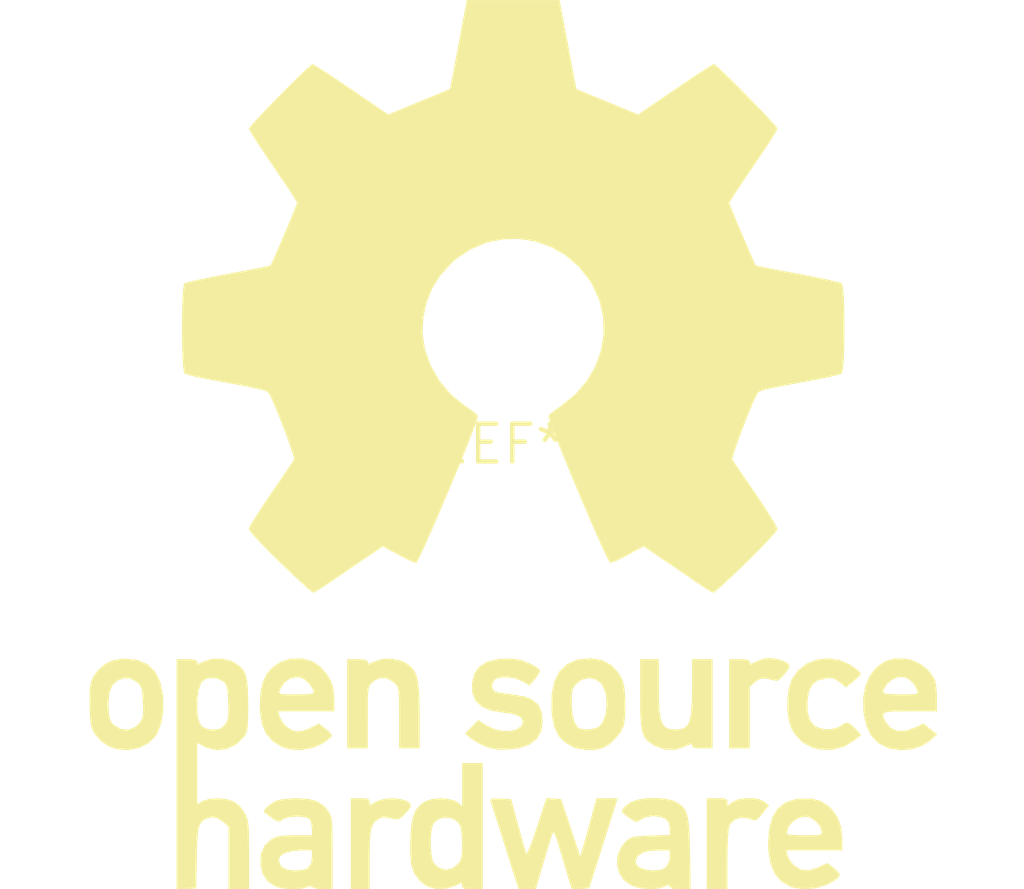
<source format=kicad_pcb>
(kicad_pcb (version 20240108) (generator pcbnew)
  (layers (0 "F.Cu" signal) (31 "B.Cu" signal) (34 "B.Paste" user) (35 "F.Paste" user) (36 "B.SilkS" user "B.Silkscreen") (37 "F.SilkS" user "F.Silkscreen") (38 "B.Mask" user) (39 "F.Mask" user) (44 "Edge.Cuts" user))
  (net 0 "")
  (footprint "OSHW-Logo_28.5x30mm_SilkScreen" (layer "F.Cu") (at 0 0)
    (property "Reference" "REF**")
    (property "Value" "OSHW-Logo_28.5x30mm_SilkScreen")
    (fp_poly (pts (xy 8.930982 7.236415) (xy 9.145641 7.301999) (xy 9.283849 7.384867) (xy 9.32887 7.450399) (xy 9.316477 7.52808) (xy 9.23607 7.650118) (xy 9.16808 7.736549) (xy 9.02792 7.892804) (xy 8.922617 7.958545) (xy 8.83285 7.954253) (xy 8.566559 7.886486) (xy 8.37099 7.889564) (xy 8.212179 7.966362) (xy 8.158863 8.011312) (xy 7.988207 8.169471) (xy 7.988207 10.23489) (xy 7.30172 10.23489) (xy 7.30172 7.239313) (xy 7.644963 7.239313) (xy 7.851043 7.247462) (xy 7.957364 7.276399) (xy 7.988193 7.332854) (xy 7.988207 7.334527) (xy 8.002766 7.393659) (xy 8.068604 7.385947) (xy 8.159828 7.343285) (xy 8.348239 7.2639) (xy 8.501233 7.216139) (xy 8.698091 7.203896) (xy 8.930982 7.236415)) (layer "F.SilkS") (stroke (width 0.01)) (fill solid))
    (fp_poly (pts (xy 8.116008 11.91892) (xy 8.355923 11.966218) (xy 8.492508 12.036248) (xy 8.636189 12.152595) (xy 8.431769 12.410696) (xy 8.305733 12.567) (xy 8.220151 12.643256) (xy 8.135098 12.654906) (xy 8.01065 12.617391) (xy 7.952232 12.596166) (xy 7.714066 12.564851) (xy 7.495955 12.631977) (xy 7.335827 12.783621) (xy 7.309816 12.831971) (xy 7.281487 12.96005) (xy 7.259623 13.196093) (xy 7.245251 13.523369) (xy 7.239394 13.925143) (xy 7.239312 13.982298) (xy 7.239312 14.977887) (xy 6.552826 14.977887) (xy 6.552826 11.919902) (xy 6.896069 11.919902) (xy 7.093984 11.92507) (xy 7.197089 11.948068) (xy 7.235215 12.000137) (xy 7.239312 12.049247) (xy 7.239312 12.178593) (xy 7.403748 12.049247) (xy 7.592296 11.961004) (xy 7.845591 11.917372) (xy 8.116008 11.91892)) (layer "F.SilkS") (stroke (width 0.01)) (fill solid))
    (fp_poly (pts (xy -4.930172 11.926534) (xy -4.836779 11.954529) (xy -4.806672 12.016034) (xy -4.805405 12.043801) (xy -4.800003 12.12114) (xy -4.762795 12.133281) (xy -4.662284 12.08026) (xy -4.60258 12.044034) (xy -4.414222 11.966454) (xy -4.189251 11.928095) (xy -3.953365 11.925146) (xy -3.732262 11.953796) (xy -3.551639 12.010236) (xy -3.437193 12.090656) (xy -3.414623 12.191244) (xy -3.426014 12.218484) (xy -3.509046 12.331559) (xy -3.637803 12.470631) (xy -3.661091 12.493111) (xy -3.783817 12.596486) (xy -3.889706 12.629886) (xy -4.037792 12.606576) (xy -4.097119 12.591086) (xy -4.281733 12.553884) (xy -4.411538 12.570613) (xy -4.521157 12.629618) (xy -4.621572 12.708802) (xy -4.695528 12.808387) (xy -4.746923 12.947365) (xy -4.779653 13.144726) (xy -4.797618 13.419463) (xy -4.804715 13.790565) (xy -4.805405 14.014628) (xy -4.805405 14.977887) (xy -5.429484 14.977887) (xy -5.429484 11.919902) (xy -5.117445 11.919902) (xy -4.930172 11.926534)) (layer "F.SilkS") (stroke (width 0.01)) (fill solid))
    (fp_poly (pts (xy 4.930221 8.210737) (xy 4.93612 8.668443) (xy 4.957671 9.016099) (xy 5.000658 9.268083) (xy 5.070865 9.43877) (xy 5.174076 9.542536) (xy 5.316074 9.593757) (xy 5.491892 9.606842) (xy 5.676033 9.59218) (xy 5.8159 9.538613) (xy 5.917276 9.431762) (xy 5.985945 9.257253) (xy 6.027692 9.00071) (xy 6.048299 8.647755) (xy 6.053563 8.210737) (xy 6.053563 7.239313) (xy 6.740049 7.239313) (xy 6.740049 10.23489) (xy 6.396806 10.23489) (xy 6.189883 10.226506) (xy 6.083331 10.197059) (xy 6.053563 10.141157) (xy 6.035634 10.091369) (xy 5.964281 10.101902) (xy 5.820458 10.172361) (xy 5.490822 10.281055) (xy 5.141197 10.273354) (xy 4.806193 10.155325) (xy 4.646661 10.06209) (xy 4.524974 9.961141) (xy 4.436076 9.834832) (xy 4.374908 9.665513) (xy 4.336413 9.435538) (xy 4.315534 9.127259) (xy 4.307213 8.723028) (xy 4.306143 8.410434) (xy 4.306143 7.239313) (xy 4.930221 7.239313) (xy 4.930221 8.210737)) (layer "F.SilkS") (stroke (width 0.01)) (fill solid))
    (fp_poly (pts (xy -3.742271 7.290868) (xy -3.58695 7.365056) (xy -3.436525 7.472218) (xy -3.321925 7.595553) (xy -3.238453 7.752862) (xy -3.181408 7.961943) (xy -3.146093 8.240595) (xy -3.127809 8.606618) (xy -3.121856 9.077808) (xy -3.121764 9.12715) (xy -3.120393 10.23489) (xy -3.806879 10.23489) (xy -3.806879 9.21367) (xy -3.807368 8.835334) (xy -3.810748 8.561123) (xy -3.819891 8.370349) (xy -3.837666 8.242323) (xy -3.866945 8.156354) (xy -3.910598 8.091754) (xy -3.971409 8.027921) (xy -4.184167 7.890769) (xy -4.416421 7.865318) (xy -4.637683 7.952034) (xy -4.71463 8.016574) (xy -4.771119 8.077254) (xy -4.811676 8.142237) (xy -4.838939 8.231947) (xy -4.855545 8.366804) (xy -4.864134 8.567231) (xy -4.867344 8.853648) (xy -4.867813 9.202323) (xy -4.867813 10.23489) (xy -5.5543 10.23489) (xy -5.5543 7.239313) (xy -5.211056 7.239313) (xy -5.004977 7.247462) (xy -4.898655 7.276399) (xy -4.867827 7.332854) (xy -4.867813 7.334527) (xy -4.85351 7.389815) (xy -4.790423 7.38354) (xy -4.664988 7.32279) (xy -4.3805 7.233407) (xy -4.055074 7.223466) (xy -3.742271 7.290868)) (layer "F.SilkS") (stroke (width 0.01)) (fill solid))
    (fp_poly (pts (xy 11.004413 7.265449) (xy 11.365999 7.419055) (xy 11.479886 7.493829) (xy 11.625443 7.60874) (xy 11.716815 7.699093) (xy 11.732678 7.728522) (xy 11.687881 7.793825) (xy 11.573242 7.904636) (xy 11.481462 7.981976) (xy 11.230246 8.183859) (xy 11.031878 8.016944) (xy 10.878587 7.909187) (xy 10.729121 7.871992) (xy 10.558058 7.881075) (xy 10.286419 7.948613) (xy 10.099435 8.088794) (xy 9.985802 8.315415) (xy 9.934217 8.642271) (xy 9.934204 8.642475) (xy 9.938665 9.007803) (xy 10.007997 9.275847) (xy 10.146297 9.458342) (xy 10.240581 9.520143) (xy 10.490977 9.5971) (xy 10.758425 9.597146) (xy 10.991114 9.522477) (xy 11.046192 9.485996) (xy 11.184327 9.392807) (xy 11.292325 9.377534) (xy 11.408802 9.446894) (xy 11.53757 9.571472) (xy 11.741393 9.781764) (xy 11.515097 9.968297) (xy 11.165458 10.178822) (xy 10.77118 10.28257) (xy 10.359149 10.275058) (xy 10.088555 10.206267) (xy 9.772281 10.036148) (xy 9.519337 9.768521) (xy 9.404421 9.579607) (xy 9.311349 9.308557) (xy 9.264778 8.965269) (xy 9.264419 8.593221) (xy 9.309983 8.235889) (xy 9.401182 7.936749) (xy 9.415546 7.906079) (xy 9.628261 7.605279) (xy 9.916261 7.386271) (xy 10.256789 7.253601) (xy 10.627091 7.211812) (xy 11.004413 7.265449)) (layer "F.SilkS") (stroke (width 0.01)) (fill solid))
    (fp_poly (pts (xy 3.031298 7.276244) (xy 3.346961 7.448152) (xy 3.593927 7.719533) (xy 3.710289 7.940248) (xy 3.760247 8.135193) (xy 3.792617 8.413104) (xy 3.806489 8.733251) (xy 3.800952 9.054904) (xy 3.775096 9.337333) (xy 3.744896 9.488178) (xy 3.643015 9.694538) (xy 3.466572 9.913724) (xy 3.253931 10.105395) (xy 3.043454 10.22921) (xy 3.038321 10.231174) (xy 2.777142 10.285277) (xy 2.467617 10.286617) (xy 2.17348 10.237361) (xy 2.059905 10.197883) (xy 1.767383 10.032003) (xy 1.557881 9.814672) (xy 1.420235 9.526946) (xy 1.34328 9.14988) (xy 1.325869 8.952375) (xy 1.32809 8.704196) (xy 1.997052 8.704196) (xy 2.019586 9.066334) (xy 2.08445 9.342298) (xy 2.187534 9.518621) (xy 2.260972 9.569042) (xy 2.449132 9.604203) (xy 2.672787 9.593793) (xy 2.866151 9.543196) (xy 2.916858 9.51536) (xy 3.050642 9.353233) (xy 3.138944 9.105113) (xy 3.176532 8.803157) (xy 3.158172 8.479519) (xy 3.117139 8.284744) (xy 2.999329 8.059181) (xy 2.813351 7.918181) (xy 2.589369 7.86943) (xy 2.357548 7.920615) (xy 2.179475 8.045814) (xy 2.085893 8.149111) (xy 2.031274 8.250927) (xy 2.00524 8.38872) (xy 1.997412 8.59995) (xy 1.997052 8.704196) (xy 1.32809 8.704196) (xy 1.330586 8.425336) (xy 1.416423 7.99315) (xy 1.583388 7.655799) (xy 1.831489 7.413269) (xy 2.160734 7.265544) (xy 2.231434 7.248413) (xy 2.656326 7.2082) (xy 3.031298 7.276244)) (layer "F.SilkS") (stroke (width 0.01)) (fill solid))
    (fp_poly (pts (xy 1.397245 11.932578) (xy 1.644066 11.951106) (xy 1.966761 12.918428) (xy 2.289455 13.88575) (xy 2.390637 13.542507) (xy 2.451527 13.330379) (xy 2.531625 13.043713) (xy 2.618117 12.728606) (xy 2.663849 12.559583) (xy 2.83588 11.919902) (xy 3.545624 11.919902) (xy 3.333476 12.590787) (xy 3.229002 12.920765) (xy 3.102791 13.31879) (xy 2.970986 13.733981) (xy 2.853319 14.104177) (xy 2.58531 14.946684) (xy 2.295941 14.96551) (xy 2.006572 14.984337) (xy 1.849661 14.466248) (xy 1.752892 14.144409) (xy 1.647288 13.789603) (xy 1.554992 13.476243) (xy 1.551349 13.463772) (xy 1.482413 13.251444) (xy 1.42159 13.106568) (xy 1.378989 13.051784) (xy 1.370235 13.058121) (xy 1.339509 13.143053) (xy 1.281128 13.324985) (xy 1.202198 13.58104) (xy 1.109827 13.88834) (xy 1.059846 14.057371) (xy 0.789173 14.977887) (xy 0.214724 14.977887) (xy -0.2445 13.526905) (xy -0.373508 13.119886) (xy -0.491027 12.750256) (xy -0.591507 12.435379) (xy -0.669398 12.192621) (xy -0.719149 12.039344) (xy -0.734272 11.99456) (xy -0.7223 11.948707) (xy -0.628296 11.928625) (xy -0.432673 11.930633) (xy -0.40205 11.932152) (xy -0.03928 11.951106) (xy 0.198312 12.824816) (xy 0.285643 13.143457) (xy 0.363685 13.423563) (xy 0.425567 13.640815) (xy 0.464419 13.770892) (xy 0.471597 13.792099) (xy 0.501346 13.767713) (xy 0.561335 13.641364) (xy 0.644678 13.430254) (xy 0.744486 13.151587) (xy 0.828857 12.89986) (xy 1.150424 11.914049) (xy 1.397245 11.932578)) (layer "F.SilkS") (stroke (width 0.01)) (fill solid))
    (fp_poly (pts (xy -12.597758 7.271742) (xy -12.27127 7.416083) (xy -12.02342 7.657103) (xy -11.853848 7.99517) (xy -11.762191 8.430652) (xy -11.755621 8.498646) (xy -11.750473 8.978026) (xy -11.817216 9.398218) (xy -11.95179 9.738788) (xy -12.023851 9.84834) (xy -12.274856 10.080202) (xy -12.594524 10.230372) (xy -12.952153 10.29269) (xy -13.317039 10.260998) (xy -13.594412 10.163388) (xy -13.832943 9.998894) (xy -14.027895 9.783226) (xy -14.031267 9.77818) (xy -14.110439 9.645066) (xy -14.161891 9.511212) (xy -14.193048 9.342284) (xy -14.211338 9.103947) (xy -14.219395 8.908501) (xy -14.222749 8.73126) (xy -13.598795 8.73126) (xy -13.592696 8.907702) (xy -13.570559 9.142579) (xy -13.531505 9.293314) (xy -13.461076 9.400555) (xy -13.395115 9.4632) (xy -13.161277 9.594362) (xy -12.916608 9.61189) (xy -12.688744 9.517518) (xy -12.574813 9.411766) (xy -12.492714 9.305197) (xy -12.444693 9.203225) (xy -12.423617 9.070516) (xy -12.422354 8.871736) (xy -12.428849 8.688671) (xy -12.442818 8.427157) (xy -12.464964 8.257539) (xy -12.504881 8.146903) (xy -12.572158 8.062338) (xy -12.625471 8.014006) (xy -12.848474 7.887045) (xy -13.089052 7.880716) (xy -13.290776 7.955918) (xy -13.462864 8.112963) (xy -13.565387 8.370936) (xy -13.598795 8.73126) (xy -14.222749 8.73126) (xy -14.226752 8.519838) (xy -14.214188 8.22917) (xy -14.176537 8.010552) (xy -14.108638 7.838037) (xy -14.005324 7.68568) (xy -13.967019 7.640441) (xy -13.727511 7.41504) (xy -13.470611 7.28338) (xy -13.156443 7.228219) (xy -13.003245 7.223711) (xy -12.597758 7.271742)) (layer "F.SilkS") (stroke (width 0.01)) (fill solid))
    (fp_poly (pts (xy -0.998526 14.977887) (xy -1.341769 14.977887) (xy -1.540999 14.972047) (xy -1.644759 14.947858) (xy -1.682119 14.895322) (xy -1.685012 14.859799) (xy -1.691312 14.788563) (xy -1.731042 14.774902) (xy -1.835445 14.818815) (xy -1.916635 14.859799) (xy -2.228339 14.956917) (xy -2.567175 14.962537) (xy -2.842652 14.890105) (xy -3.099179 14.715115) (xy -3.294725 14.456822) (xy -3.401802 14.15216) (xy -3.404529 14.135126) (xy -3.420438 13.949271) (xy -3.428349 13.682461) (xy -3.427713 13.48067) (xy -2.746007 13.48067) (xy -2.730214 13.748873) (xy -2.69429 13.969935) (xy -2.645656 14.094772) (xy -2.461667 14.265369) (xy -2.243213 14.326525) (xy -2.017935 14.27707) (xy -1.82543 14.129552) (xy -1.752525 14.030337) (xy -1.709897 13.911944) (xy -1.68993 13.739128) (xy -1.685012 13.479555) (xy -1.693814 13.222505) (xy -1.717064 12.996658) (xy -1.750023 12.845517) (xy -1.755516 12.831971) (xy -1.888433 12.670907) (xy -2.082435 12.58248) (xy -2.299501 12.568202) (xy -2.501613 12.629587) (xy -2.650753 12.768149) (xy -2.666224 12.795721) (xy -2.714649 12.963843) (xy -2.741031 13.205576) (xy -2.746007 13.48067) (xy -3.427713 13.48067) (xy -3.42739 13.378353) (xy -3.422903 13.214684) (xy -3.392382 12.809784) (xy -3.328946 12.505785) (xy -3.223417 12.281049) (xy -3.066618 12.113939) (xy -2.914393 12.015842) (xy -2.701709 11.946883) (xy -2.437184 11.923232) (xy -2.166313 11.942496) (xy -1.934595 12.002284) (xy -1.812167 12.073805) (xy -1.685012 12.188879) (xy -1.685012 10.734153) (xy -0.998526 10.734153) (xy -0.998526 14.977887)) (layer "F.SilkS") (stroke (width 0.01)) (fill solid))
    (fp_poly (pts (xy 13.290794 7.228604) (xy 13.450597 7.267426) (xy 13.756969 7.409584) (xy 14.018947 7.626699) (xy 14.200256 7.887015) (xy 14.225165 7.945464) (xy 14.259336 8.09856) (xy 14.283255 8.325036) (xy 14.291401 8.55394) (xy 14.291401 8.986733) (xy 13.386487 8.986733) (xy 13.013262 8.988143) (xy 12.750333 8.99671) (xy 12.583184 9.018933) (xy 12.497297 9.061313) (xy 12.478154 9.130351) (xy 12.511239 9.232548) (xy 12.570504 9.352129) (xy 12.735824 9.551697) (xy 12.96556 9.651122) (xy 13.246355 9.647883) (xy 13.564426 9.539667) (xy 13.839317 9.406115) (xy 14.295509 9.766831) (xy 14.08092 9.965096) (xy 13.794435 10.152426) (xy 13.442112 10.26537) (xy 13.06314 10.296977) (xy 12.696712 10.240297) (xy 12.637592 10.221065) (xy 12.31554 10.052881) (xy 12.075977 9.802143) (xy 11.913855 9.461367) (xy 11.824124 9.023066) (xy 11.823079 9.013672) (xy 11.815044 8.536002) (xy 11.847523 8.365591) (xy 12.481573 8.365591) (xy 12.539804 8.391796) (xy 12.6979 8.411868) (xy 12.930961 8.423328) (xy 13.078653 8.425062) (xy 13.354074 8.423977) (xy 13.526284 8.417076) (xy 13.616887 8.398887) (xy 13.647488 8.36394) (xy 13.639691 8.306764) (xy 13.633151 8.284644) (xy 13.521503 8.076796) (xy 13.34591 7.909286) (xy 13.190948 7.835677) (xy 12.98508 7.840122) (xy 12.776472 7.931916) (xy 12.601482 8.083898) (xy 12.496472 8.268906) (xy 12.481573 8.365591) (xy 11.847523 8.365591) (xy 11.895118 8.115879) (xy 12.053978 7.763306) (xy 12.282299 7.488289) (xy 12.570758 7.30083) (xy 12.910031 7.210934) (xy 13.290794 7.228604)) (layer "F.SilkS") (stroke (width 0.01)) (fill solid))
    (fp_poly (pts (xy 0.069569 7.22858) (xy 0.305899 7.273399) (xy 0.551076 7.36714) (xy 0.577273 7.379091) (xy 0.7632 7.476856) (xy 0.891963 7.567708) (xy 0.933582 7.625909) (xy 0.893948 7.720827) (xy 0.797676 7.860878) (xy 0.754943 7.913158) (xy 0.578842 8.118944) (xy 0.35181 7.984992) (xy 0.135744 7.895756) (xy -0.113906 7.848057) (xy -0.353318 7.845044) (xy -0.538667 7.889864) (xy -0.583147 7.917839) (xy -0.667856 8.046105) (xy -0.67815 8.193857) (xy -0.614766 8.309283) (xy -0.577273 8.331668) (xy -0.464924 8.359469) (xy -0.267439 8.392143) (xy -0.023994 8.423366) (xy 0.020917 8.428262) (xy 0.411922 8.495899) (xy 0.695512 8.610788) (xy 0.88359 8.783537) (xy 0.988055 9.024755) (xy 1.020597 9.319384) (xy 0.975641 9.654297) (xy 0.829658 9.917294) (xy 0.582065 10.108851) (xy 0.232276 10.229442) (xy -0.15602 10.27702) (xy -0.472663 10.276448) (xy -0.729504 10.233236) (xy -0.904914 10.173577) (xy -1.126552 10.069627) (xy -1.331378 9.948991) (xy -1.404177 9.895893) (xy -1.5914 9.743071) (xy -1.365601 9.51459) (xy -1.139801 9.286108) (xy -0.883082 9.455997) (xy -0.625596 9.583595) (xy -0.350641 9.650335) (xy -0.086333 9.657377) (xy 0.139208 9.605882) (xy 0.297866 9.49701) (xy 0.349096 9.405148) (xy 0.341411 9.257823) (xy 0.214111 9.145163) (xy -0.032458 9.067366) (xy -0.302601 9.03141) (xy -0.718348 8.962809) (xy -1.027206 8.833382) (xy -1.233306 8.63934) (xy -1.340782 8.376893) (xy -1.355671 8.065737) (xy -1.282127 7.740727) (xy -1.114457 7.495064) (xy -0.851157 7.327626) (xy -0.490726 7.237289) (xy -0.223702 7.219581) (xy 0.069569 7.22858)) (layer "F.SilkS") (stroke (width 0.01)) (fill solid))
    (fp_poly (pts (xy 10.087994 11.936215) (xy 10.3863 12.013772) (xy 10.636124 12.173838) (xy 10.757086 12.293413) (xy 10.955373 12.576088) (xy 11.069012 12.904004) (xy 11.108052 13.307095) (xy 11.108252 13.339681) (xy 11.1086 13.667322) (xy 9.222833 13.667322) (xy 9.26303 13.838944) (xy 9.33561 13.994377) (xy 9.462638 14.156332) (xy 9.489207 14.182187) (xy 9.717555 14.322117) (xy 9.977958 14.345848) (xy 10.277693 14.253786) (xy 10.328501 14.228993) (xy 10.484338 14.153625) (xy 10.588718 14.110685) (xy 10.60693 14.106714) (xy 10.670505 14.145276) (xy 10.791753 14.23962) (xy 10.853301 14.291174) (xy 10.980839 14.409603) (xy 11.02272 14.487801) (xy 10.993654 14.559735) (xy 10.978117 14.579405) (xy 10.872884 14.665491) (xy 10.699241 14.770114) (xy 10.578133 14.831189) (xy 10.234363 14.938798) (xy 9.85377 14.973664) (xy 9.49333 14.932349) (xy 9.392383 14.902767) (xy 9.079951 14.73534) (xy 8.848367 14.477715) (xy 8.69629 14.12739) (xy 8.62238 13.681859) (xy 8.614265 13.448895) (xy 8.637959 13.109714) (xy 9.236364 13.109714) (xy 9.294242 13.134788) (xy 9.449818 13.154462) (xy 9.676002 13.166072) (xy 9.829238 13.168059) (xy 10.104869 13.166143) (xy 10.278836 13.157173) (xy 10.374274 13.136318) (xy 10.414315 13.098746) (xy 10.422113 13.044228) (xy 10.36861 12.87629) (xy 10.233906 12.710314) (xy 10.056706 12.58292) (xy 9.879437 12.530807) (xy 9.638666 12.577036) (xy 9.430237 12.71068) (xy 9.285725 12.903318) (xy 9.236364 13.109714) (xy 8.637959 13.109714) (xy 8.648769 12.95498) (xy 8.75526 12.561466) (xy 8.935991 12.265234) (xy 9.193215 12.063166) (xy 9.529187 11.952142) (xy 9.711197 11.93076) (xy 10.087994 11.936215)) (layer "F.SilkS") (stroke (width 0.01)) (fill solid))
    (fp_poly (pts (xy -6.733493 7.308798) (xy -6.671303 7.338077) (xy -6.456057 7.495751) (xy -6.252521 7.725857) (xy -6.100542 7.979227) (xy -6.057315 8.095715) (xy -6.017876 8.303791) (xy -5.99436 8.555253) (xy -5.991503 8.659091) (xy -5.991155 8.986733) (xy -7.876922 8.986733) (xy -7.836725 9.158354) (xy -7.738058 9.361332) (xy -7.565558 9.536753) (xy -7.360337 9.649754) (xy -7.229561 9.673219) (xy -7.052212 9.644743) (xy -6.840616 9.573322) (xy -6.768735 9.540462) (xy -6.502914 9.407704) (xy -6.27606 9.580734) (xy -6.145159 9.697762) (xy -6.075508 9.794355) (xy -6.07198 9.822705) (xy -6.134205 9.891414) (xy -6.270575 9.995831) (xy -6.394351 10.077291) (xy -6.728359 10.223728) (xy -7.102809 10.290007) (xy -7.473939 10.272775) (xy -7.769779 10.182698) (xy -8.074744 9.989738) (xy -8.291472 9.735681) (xy -8.427051 9.406982) (xy -8.488576 8.990095) (xy -8.494032 8.799338) (xy -8.472198 8.362209) (xy -8.469516 8.349493) (xy -7.844659 8.349493) (xy -7.827449 8.390485) (xy -7.756719 8.41309) (xy -7.610835 8.422779) (xy -7.368164 8.425023) (xy -7.274721 8.425062) (xy -6.990425 8.421675) (xy -6.810134 8.409374) (xy -6.713171 8.384952) (xy -6.678855 8.345201) (xy -6.677641 8.332435) (xy -6.716804 8.23099) (xy -6.81482 8.088878) (xy -6.856957 8.039118) (xy -7.01339 7.898386) (xy -7.176455 7.843053) (xy -7.264311 7.838428) (xy -7.50199 7.896268) (xy -7.701307 8.051633) (xy -7.827741 8.277292) (xy -7.829982 8.284644) (xy -7.844659 8.349493) (xy -8.469516 8.349493) (xy -8.399589 8.018011) (xy -8.268789 7.742629) (xy -8.10882 7.54715) (xy -7.813066 7.335184) (xy -7.465402 7.221915) (xy -7.095616 7.211676) (xy -6.733493 7.308798)) (layer "F.SilkS") (stroke (width 0.01)) (fill solid))
    (fp_poly (pts (xy 5.153781 11.938435) (xy 5.416829 12.002325) (xy 5.492866 12.036174) (xy 5.640258 12.124832) (xy 5.753375 12.224688) (xy 5.837072 12.353077) (xy 5.896206 12.527339) (xy 5.935633 12.76481) (xy 5.960208 13.082828) (xy 5.974789 13.49873) (xy 5.980325 13.776536) (xy 6.000699 14.977887) (xy 5.652684 14.977887) (xy 5.441555 14.969034) (xy 5.332782 14.93878) (xy 5.304668 14.887977) (xy 5.289826 14.83304) (xy 5.223468 14.843544) (xy 5.133047 14.887592) (xy 4.906683 14.95511) (xy 4.615757 14.973304) (xy 4.309764 14.943545) (xy 4.0382 14.867202) (xy 4.013844 14.856605) (xy 3.76565 14.682248) (xy 3.602033 14.439865) (xy 3.526746 14.156542) (xy 3.532497 14.054752) (xy 4.146746 14.054752) (xy 4.200869 14.191739) (xy 4.361339 14.289904) (xy 4.620239 14.342589) (xy 4.7586 14.349585) (xy 4.989185 14.331676) (xy 5.142457 14.262075) (xy 5.179853 14.228993) (xy 5.281162 14.049006) (xy 5.304668 13.88575) (xy 5.304668 13.667322) (xy 5.00043 13.667322) (xy 4.646772 13.685348) (xy 4.398716 13.742043) (xy 4.241981 13.841336) (xy 4.206889 13.885603) (xy 4.146746 14.054752) (xy 3.532497 14.054752) (xy 3.543539 13.859362) (xy 3.656163 13.575411) (xy 3.809829 13.383515) (xy 3.902898 13.300551) (xy 3.994008 13.246029) (xy 4.112557 13.212786) (xy 4.287942 13.193658) (xy 4.549562 13.181482) (xy 4.65333 13.177981) (xy 5.304668 13.156698) (xy 5.303713 12.959553) (xy 5.278487 12.752327) (xy 5.187287 12.627025) (xy 5.003041 12.546976) (xy 4.998099 12.54555) (xy 4.736873 12.514075) (xy 4.481255 12.555187) (xy 4.291282 12.65516) (xy 4.215058 12.704525) (xy 4.13296 12.697695) (xy 4.006624 12.626174) (xy 3.932437 12.575699) (xy 3.787328 12.467855) (xy 3.697443 12.387016) (xy 3.68302 12.363872) (xy 3.74241 12.2441) (xy 3.917885 12.101065) (xy 3.994103 12.052805) (xy 4.213215 11.969687) (xy 4.508509 11.922598) (xy 4.83652 11.912019) (xy 5.153781 11.938435)) (layer "F.SilkS") (stroke (width 0.01)) (fill solid))
    (fp_poly (pts (xy -6.870038 11.944081) (xy -6.576443 12.022417) (xy -6.352942 12.164409) (xy -6.195224 12.350384) (xy -6.146193 12.429755) (xy -6.109995 12.512896) (xy -6.084689 12.619251) (xy -6.068335 12.768266) (xy -6.058993 12.979386) (xy -6.054723 13.272056) (xy -6.053585 13.66572) (xy -6.053563 13.770163) (xy -6.053563 14.977887) (xy -6.35312 14.977887) (xy -6.544191 14.964506) (xy -6.685471 14.930606) (xy -6.720867 14.909698) (xy -6.817635 14.873614) (xy -6.91647 14.909698) (xy -7.079196 14.954747) (xy -7.315566 14.972878) (xy -7.577554 14.965011) (xy -7.817132 14.932064) (xy -7.957002 14.88979) (xy -8.227669 14.716035) (xy -8.396822 14.474907) (xy -8.472868 14.154303) (xy -8.473574 14.146069) (xy -8.4669 14.003842) (xy -7.863391 14.003842) (xy -7.810629 14.165615) (xy -7.724689 14.256658) (xy -7.552179 14.325516) (xy -7.324476 14.353003) (xy -7.092278 14.339475) (xy -6.906285 14.285289) (xy -6.854177 14.250525) (xy -6.763122 14.089891) (xy -6.740049 13.907281) (xy -6.740049 13.667322) (xy -7.085297 13.667322) (xy -7.413286 13.692572) (xy -7.661925 13.764107) (xy -7.8166 13.875606) (xy -7.863391 14.003842) (xy -8.4669 14.003842) (xy -8.457137 13.79579) (xy -8.341609 13.518839) (xy -8.124411 13.3094) (xy -8.09439 13.290349) (xy -7.965385 13.228315) (xy -7.805711 13.19075) (xy -7.582496 13.172491) (xy -7.317322 13.168293) (xy -6.740049 13.168059) (xy -6.740049 12.92607) (xy -6.764536 12.738312) (xy -6.827021 12.612524) (xy -6.834337 12.605828) (xy -6.973387 12.550801) (xy -7.183288 12.529472) (xy -7.415255 12.539953) (xy -7.620502 12.580358) (xy -7.742292 12.640957) (xy -7.808285 12.6895) (xy -7.87797 12.698768) (xy -7.97414 12.658996) (xy -8.119588 12.560423) (xy -8.337106 12.393286) (xy -8.35707 12.377629) (xy -8.34684 12.319695) (xy -8.261494 12.22334) (xy -8.131779 12.116265) (xy -7.98844 12.026175) (xy -7.943405 12.004901) (xy -7.779134 11.96245) (xy -7.538424 11.93217) (xy -7.269495 11.920024) (xy -7.256918 11.919999) (xy -6.870038 11.944081)) (layer "F.SilkS") (stroke (width 0.01)) (fill solid))
    (fp_poly (pts (xy -9.473446 7.291773) (xy -9.341865 7.35678) (xy -9.179603 7.47006) (xy -9.06134 7.593589) (xy -8.980347 7.748705) (xy -8.929892 7.956743) (xy -8.903247 8.239039) (xy -8.89368 8.61693) (xy -8.89312 8.77939) (xy -8.894753 9.135443) (xy -8.901536 9.389906) (xy -8.916293 9.565985) (xy -8.941848 9.686883) (xy -8.981027 9.775806) (xy -9.021792 9.836467) (xy -9.282012 10.094564) (xy -9.588448 10.249808) (xy -9.919025 10.296501) (xy -10.251666 10.228944) (xy -10.35705 10.181169) (xy -10.609336 10.04967) (xy -10.609336 12.110331) (xy -10.425212 12.015117) (xy -10.182604 11.941448) (xy -9.884406 11.922577) (xy -9.586634 11.95742) (xy -9.361761 12.03569) (xy -9.175241 12.184751) (xy -9.015872 12.398053) (xy -9.00389 12.419953) (xy -8.95335 12.523108) (xy -8.91644 12.627085) (xy -8.891032 12.75304) (xy -8.875003 12.922132) (xy -8.866226 13.155517) (xy -8.862576 13.474354) (xy -8.861916 13.833158) (xy -8.861916 14.977887) (xy -9.548403 14.977887) (xy -9.548403 12.867115) (xy -9.740415 12.705548) (xy -9.939879 12.57631) (xy -10.12877 12.552813) (xy -10.318708 12.613282) (xy -10.419934 12.672494) (xy -10.495276 12.756835) (xy -10.54886 12.884298) (xy -10.584816 13.072876) (xy -10.607272 13.340563) (xy -10.620355 13.705353) (xy -10.624963 13.948158) (xy -10.64054 14.946684) (xy -10.968182 14.965547) (xy -11.295823 14.98441) (xy -11.295823 8.787994) (xy -10.609336 8.787994) (xy -10.591835 9.133444) (xy -10.532859 9.373242) (xy -10.422706 9.522441) (xy -10.25167 9.596094) (xy -10.07887 9.610811) (xy -9.883256 9.593899) (xy -9.753431 9.527336) (xy -9.672249 9.439384) (xy -9.608339 9.344784) (xy -9.570294 9.239395) (xy -9.553366 9.091732) (xy -9.55281 8.87031) (xy -9.558506 8.684907) (xy -9.571586 8.405603) (xy -9.591058 8.222234) (xy -9.62385 8.105922) (xy -9.676886 8.027787) (xy -9.726938 7.982624) (xy -9.936068 7.884136) (xy -10.183582 7.868232) (xy -10.325705 7.902158) (xy -10.466422 8.022746) (xy -10.559634 8.25732) (xy -10.604811 8.604225) (xy -10.609336 8.787994) (xy -11.295823 8.787994) (xy -11.295823 7.239313) (xy -10.95258 7.239313) (xy -10.7465 7.247462) (xy -10.640179 7.276399) (xy -10.60935 7.332854) (xy -10.609336 7.334527) (xy -10.595033 7.389815) (xy -10.531944 7.383538) (xy -10.406511 7.322787) (xy -10.114241 7.229849) (xy -9.78541 7.22008) (xy -9.473446 7.291773)) (layer "F.SilkS") (stroke (width 0.01)) (fill solid))
    (fp_poly (pts (xy 2.153071 -11.953389) (xy 3.194156 -11.524219) (xy 4.235241 -11.09505) (xy 5.484197 -11.944331) (xy 5.83397 -12.180799) (xy 6.150145 -12.391934) (xy 6.417969 -12.568096) (xy 6.622688 -12.699646) (xy 6.749547 -12.776944) (xy 6.784095 -12.793611) (xy 6.846333 -12.750745) (xy 6.979327 -12.632239) (xy 7.168171 -12.453231) (xy 7.397957 -12.22886) (xy 7.653779 -11.974263) (xy 7.920729 -11.704579) (xy 8.183901 -11.434946) (xy 8.428387 -11.180503) (xy 8.63928 -10.956388) (xy 8.801674 -10.777738) (xy 8.90066 -10.659693) (xy 8.924324 -10.620187) (xy 8.890268 -10.547356) (xy 8.794791 -10.387796) (xy 8.647931 -10.157116) (xy 8.459728 -9.870922) (xy 8.240219 -9.544822) (xy 8.113022 -9.358822) (xy 7.88118 -9.019188) (xy 7.675164 -8.712703) (xy 7.50497 -8.454622) (xy 7.380592 -8.260201) (xy 7.312024 -8.144697) (xy 7.30172 -8.120423) (xy 7.325078 -8.051437) (xy 7.388747 -7.890657) (xy 7.48312 -7.660689) (xy 7.598591 -7.384139) (xy 7.725552 -7.083611) (xy 7.854399 -6.781713) (xy 7.975523 -6.501048) (xy 8.079318 -6.264224) (xy 8.156177 -6.093844) (xy 8.196495 -6.012516) (xy 8.198874 -6.009315) (xy 8.262181 -5.993787) (xy 8.430779 -5.959142) (xy 8.687192 -5.908789) (xy 9.013946 -5.846131) (xy 9.393565 -5.774575) (xy 9.615051 -5.733312) (xy 10.020693 -5.656078) (xy 10.387082 -5.582586) (xy 10.695683 -5.516857) (xy 10.927959 -5.462911) (xy 11.065374 -5.424771) (xy 11.092998 -5.41267) (xy 11.120053 -5.330767) (xy 11.141882 -5.145788) (xy 11.158501 -4.879366) (xy 11.169924 -4.55313) (xy 11.176165 -4.188713) (xy 11.177241 -3.807745) (xy 11.173165 -3.431856) (xy 11.163952 -3.082678) (xy 11.149617 -2.781842) (xy 11.130175 -2.550978) (xy 11.105641 -2.411718) (xy 11.090926 -2.382727) (xy 11.002966 -2.347979) (xy 10.816584 -2.2983) (xy 10.556432 -2.239528) (xy 10.247164 -2.177497) (xy 10.139206 -2.15743) (xy 9.618694 -2.062088) (xy 9.207528 -1.985306) (xy 8.89212 -1.924031) (xy 8.658886 -1.875212) (xy 8.494239 -1.835797) (xy 8.384594 -1.802734) (xy 8.316365 -1.772973) (xy 8.275965 -1.74346) (xy 8.270313 -1.737627) (xy 8.21389 -1.643666) (xy 8.127817 -1.460806) (xy 8.020687 -1.211439) (xy 7.901097 -0.917954) (xy 7.777639 -0.602745) (xy 7.65891 -0.288202) (xy 7.553502 0.003284) (xy 7.470011 0.249321) (xy 7.417032 0.427517) (xy 7.403158 0.515482) (xy 7.404315 0.518563) (xy 7.451323 0.590463) (xy 7.557966 0.748661) (xy 7.713038 0.97669) (xy 7.905331 1.258084) (xy 8.123639 1.576378) (xy 8.185811 1.666829) (xy 8.407489 1.994759) (xy 8.602557 2.293963) (xy 8.760387 2.54726) (xy 8.870354 2.737469) (xy 8.921831 2.84741) (xy 8.924324 2.860916) (xy 8.881074 2.931908) (xy 8.761564 3.072546) (xy 8.581159 3.267714) (xy 8.355222 3.502298) (xy 8.099115 3.761183) (xy 7.828202 4.029254) (xy 7.557846 4.291396) (xy 7.303411 4.532495) (xy 7.080259 4.737435) (xy 6.903755 4.891102) (xy 6.78926 4.97838) (xy 6.757587 4.992629) (xy 6.683861 4.959066) (xy 6.532916 4.868544) (xy 6.329338 4.736311) (xy 6.172706 4.629879) (xy 5.888897 4.434583) (xy 5.552797 4.204629) (xy 5.215671 3.975044) (xy 5.034422 3.85217) (xy 4.420932 3.437213) (xy 3.905951 3.715658) (xy 3.671339 3.83764) (xy 3.471836 3.932452) (xy 3.336848 3.98653) (xy 3.302487 3.994054) (xy 3.26117 3.938498) (xy 3.179656 3.781504) (xy 3.064032 3.537555) (xy 2.920383 3.221131) (xy 2.754793 2.846714) (xy 2.573347 2.428785) (xy 2.38213 1.981825) (xy 2.187228 1.520316) (xy 1.994725 1.058738) (xy 1.810705 0.611574) (xy 1.641255 0.193304) (xy 1.492458 -0.18159) (xy 1.370401 -0.498627) (xy 1.281167 -0.743325) (xy 1.230842 -0.901204) (xy 1.222749 -0.955427) (xy 1.286896 -1.024589) (xy 1.427346 -1.13686) (xy 1.614736 -1.268913) (xy 1.630464 -1.279361) (xy 2.114796 -1.667052) (xy 2.505327 -2.119355) (xy 2.798672 -2.621808) (xy 2.991447 -3.159947) (xy 3.080267 -3.719312) (xy 3.061749 -4.285438) (xy 2.932507 -4.843863) (xy 2.689157 -5.380125) (xy 2.617562 -5.497452) (xy 2.245174 -5.971227) (xy 1.805242 -6.351675) (xy 1.312994 -6.636818) (xy 0.783655 -6.824678) (xy 0.232452 -6.913275) (xy -0.325388 -6.900632) (xy -0.874639 -6.78477) (xy -1.400075 -6.56371) (xy -1.886469 -6.235474) (xy -2.036926 -6.10225) (xy -2.419843 -5.685224) (xy -2.698871 -5.246215) (xy -2.890275 -4.754125) (xy -2.996877 -4.266803) (xy -3.023193 -3.718898) (xy -2.935442 -3.168274) (xy -2.742538 -2.633541) (xy -2.453395 -2.133312) (xy -2.076925 -1.686197) (xy -1.622042 -1.310808) (xy -1.56226 -1.271239) (xy -1.372861 -1.141655) (xy -1.228883 -1.02938) (xy -1.160049 -0.957693) (xy -1.159048 -0.955427) (xy -1.173826 -0.877879) (xy -1.232406 -0.70188) (xy -1.328702 -0.441907) (xy -1.456626 -0.112439) (xy -1.61009 0.272047) (xy -1.783008 0.697073) (xy -1.969292 1.14816) (xy -2.162854 1.610831) (xy -2.357607 2.070607) (xy -2.547464 2.513011) (xy -2.726338 2.923565) (xy -2.888141 3.28779) (xy -3.026786 3.591208) (xy -3.136186 3.819342) (xy -3.210252 3.957714) (xy -3.240079 3.994054) (xy -3.331221 3.965756) (xy -3.501757 3.889858) (xy -3.722281 3.779927) (xy -3.843543 3.715658) (xy -4.358524 3.437213) (xy -4.972014 3.85217) (xy -5.285187 4.06475) (xy -5.628056 4.298688) (xy -5.949359 4.51896) (xy -6.110298 4.629879) (xy -6.336652 4.781877) (xy -6.528322 4.90233) (xy -6.660304 4.975983) (xy -6.703173 4.991553) (xy -6.765568 4.949551) (xy -6.903657 4.832297) (xy -7.104054 4.651965) (xy -7.35337 4.420728) (xy -7.638219 4.150762) (xy -7.818373 3.977425) (xy -8.133556 3.667744) (xy -8.405944 3.390758) (xy -8.624526 3.158316) (xy -8.778291 2.982266) (xy -8.856227 2.874457) (xy -8.863704 2.852579) (xy -8.829006 2.769359) (xy -8.733123 2.601094) (xy -8.586691 2.364818) (xy -8.400345 2.077566) (xy -8.184721 1.756375) (xy -8.123403 1.666829) (xy -7.899975 1.341373) (xy -7.699526 1.048354) (xy -7.533262 0.804239) (xy -7.41239 0.625494) (xy -7.348116 0.528584) (xy -7.341907 0.518563) (xy -7.351193 0.441332) (xy -7.400484 0.271526) (xy -7.481185 0.031538) (xy -7.584702 -0.256242) (xy -7.702441 -0.569422) (xy -7.825806 -0.88561) (xy -7.946204 -1.182416) (xy -8.055039 -1.437448) (xy -8.143718 -1.628314) (xy -8.203645 -1.732623) (xy -8.207905 -1.737627) (xy -8.244551 -1.767437) (xy -8.306446 -1.796917) (xy -8.407174 -1.829118) (xy -8.560322 -1.86709) (xy -8.779475 -1.913887) (xy -9.07822 -1.97256) (xy -9.470141 -2.04616) (xy -9.968826 -2.13774) (xy -10.076798 -2.15743) (xy -10.396805 -2.219258) (xy -10.675782 -2.279742) (xy -10.889075 -2.333046) (xy -11.01203 -2.373335) (xy -11.028518 -2.382727) (xy -11.055685 -2.465998) (xy -11.077769 -2.652084) (xy -11.094752 -2.919353) (xy -11.106622 -3.246176) (xy -11.113362 -3.610921) (xy -11.114959 -3.991956) (xy -11.111396 -4.367652) (xy -11.102661 -4.716378) (xy -11.088737 -5.016501) (xy -11.06961 -5.246393) (xy -11.045265 -5.38442) (xy -11.03059 -5.41267) (xy -10.948885 -5.441167) (xy -10.762834 -5.487527) (xy -10.490973 -5.547729) (xy -10.151839 -5.617751) (xy -9.763967 -5.693573) (xy -9.552643 -5.733312) (xy -9.151689 -5.808264) (xy -8.794135 -5.876164) (xy -8.497456 -5.933604) (xy -8.279129 -5.977179) (xy -8.156628 -6.003483) (xy -8.136466 -6.009315) (xy -8.10239 -6.075062) (xy -8.030358 -6.233427) (xy -7.929972 -6.461783) (xy -7.810832 -6.737508) (xy -7.682541 -7.037975) (xy -7.5547 -7.340561) (xy -7.436911 -7.622642) (xy -7.338776 -7.861592) (xy -7.269895 -8.034787) (xy -7.239871 -8.119603) (xy -7.239312 -8.12331) (xy -7.273348 -8.190218) (xy -7.368772 -8.344189) (xy -7.515552 -8.56992) (xy -7.70366 -8.852109) (xy -7.923067 -9.175451) (xy -8.050614 -9.361179) (xy -8.283028 -9.701723) (xy -8.489455 -10.010901) (xy -8.659822 -10.273073) (xy -8.784058 -10.472598) (xy -8.852091 -10.593836) (xy -8.861916 -10.621014) (xy -8.819679 -10.684275) (xy -8.70291 -10.819345) (xy -8.526526 -11.011094) (xy -8.305443 -11.244388) (xy -8.054577 -11.504097) (xy -7.788844 -11.775088) (xy -7.523161 -12.042228) (xy -7.272443 -12.290387) (xy -7.051607 -12.50443) (xy -6.875569 -12.669228) (xy -6.759245 -12.769646) (xy -6.720329 -12.793611) (xy -6.656967 -12.759912) (xy -6.505416 -12.665241) (xy -6.280412 -12.519233) (xy -5.99669 -12.331527) (xy -5.668985 -12.11176) (xy -5.421789 -11.944331) (xy -4.172833 -11.09505) (xy -3.131748 -11.524219) (xy -2.090663 -11.953389) (xy -1.808516 -13.450036) (xy -1.526368 -14.946683) (xy 1.588777 -14.946683) (xy 2.153071 -11.953389)) (layer "F.SilkS") (stroke (width 0.01)) (fill solid))
  )
)
</source>
